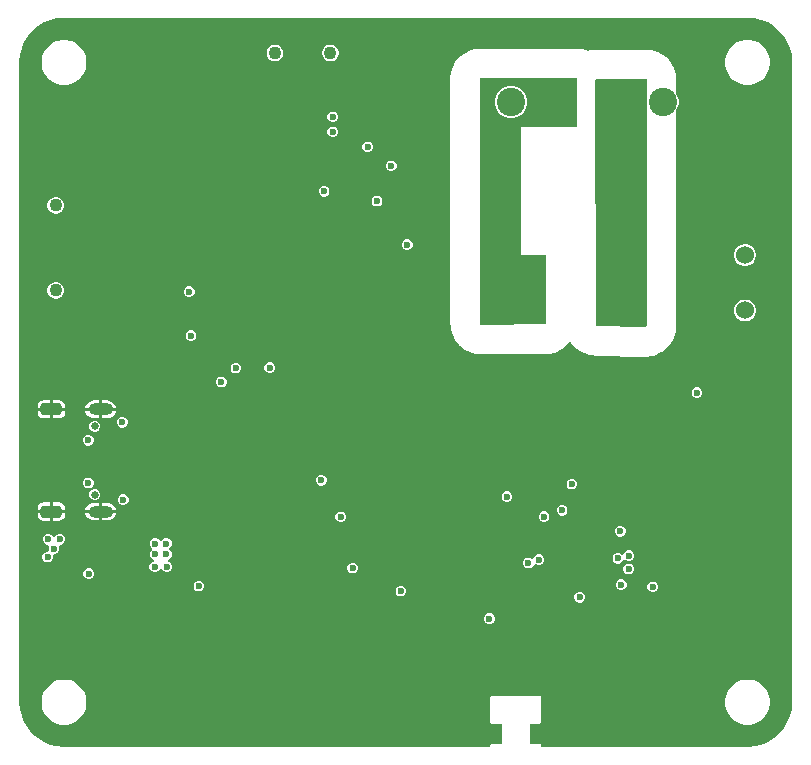
<source format=gbr>
%TF.GenerationSoftware,Altium Limited,Altium Designer,24.4.1 (13)*%
G04 Layer_Physical_Order=2*
G04 Layer_Color=36540*
%FSLAX45Y45*%
%MOMM*%
%TF.SameCoordinates,BD841E63-566E-43FA-B15A-678BD665FBE9*%
%TF.FilePolarity,Positive*%
%TF.FileFunction,Copper,L2,Inr,Signal*%
%TF.Part,Single*%
G01*
G75*
%TA.AperFunction,ComponentPad*%
%ADD65C,1.80000*%
%ADD66R,1.80000X1.80000*%
%ADD67C,2.40000*%
%ADD68C,1.10000*%
G04:AMPARAMS|DCode=69|XSize=1.8mm|YSize=1mm|CornerRadius=0.25mm|HoleSize=0mm|Usage=FLASHONLY|Rotation=0.000|XOffset=0mm|YOffset=0mm|HoleType=Round|Shape=RoundedRectangle|*
%AMROUNDEDRECTD69*
21,1,1.80000,0.50000,0,0,0.0*
21,1,1.30000,1.00000,0,0,0.0*
1,1,0.50000,0.65000,-0.25000*
1,1,0.50000,-0.65000,-0.25000*
1,1,0.50000,-0.65000,0.25000*
1,1,0.50000,0.65000,0.25000*
%
%ADD69ROUNDEDRECTD69*%
%ADD70O,2.10000X1.00000*%
%ADD71C,0.65000*%
%TA.AperFunction,ViaPad*%
%ADD73C,0.60960*%
%ADD74C,0.60000*%
%TA.AperFunction,ComponentPad*%
%ADD75C,1.52400*%
G36*
X8789186Y10326188D02*
X8846916Y10312329D01*
X8901766Y10289609D01*
X8952386Y10258589D01*
X8997531Y10220031D01*
X9036089Y10174886D01*
X9067109Y10124266D01*
X9089829Y10069415D01*
X9103688Y10011686D01*
X9108244Y9953794D01*
X9107987Y9952500D01*
Y4535000D01*
X9108244Y4533706D01*
X9103688Y4475814D01*
X9089829Y4418085D01*
X9067109Y4363235D01*
X9036089Y4312614D01*
X8997531Y4267469D01*
X8952386Y4228912D01*
X8901766Y4197891D01*
X8846916Y4175171D01*
X8789186Y4161312D01*
X8731294Y4156756D01*
X8730000Y4157013D01*
X6983996D01*
Y4167500D01*
X6979164Y4179164D01*
X6967500Y4183996D01*
X6883996D01*
Y4351004D01*
X6967500D01*
X6979164Y4355836D01*
X6983996Y4367500D01*
Y4572500D01*
X6979164Y4584164D01*
X6967500Y4588996D01*
X6567500D01*
X6555836Y4584164D01*
X6551004Y4572500D01*
Y4367500D01*
X6555836Y4355836D01*
X6567500Y4351004D01*
X6653504D01*
Y4183996D01*
X6567500D01*
X6555836Y4179164D01*
X6551004Y4167500D01*
Y4157013D01*
X2942500D01*
X2941206Y4156756D01*
X2883314Y4161312D01*
X2825585Y4175171D01*
X2770735Y4197891D01*
X2720114Y4228912D01*
X2674969Y4267469D01*
X2636412Y4312614D01*
X2605391Y4363235D01*
X2582671Y4418085D01*
X2568812Y4475814D01*
X2564256Y4533706D01*
X2564513Y4535000D01*
Y9952500D01*
X2564256Y9953794D01*
X2568812Y10011686D01*
X2582671Y10069415D01*
X2605391Y10124266D01*
X2636412Y10174886D01*
X2674969Y10220031D01*
X2720114Y10258589D01*
X2770735Y10289609D01*
X2825585Y10312329D01*
X2883314Y10326188D01*
X2941206Y10330744D01*
X2942500Y10330487D01*
X8725000D01*
X8730000Y10330527D01*
Y10330528D01*
X8730318Y10330821D01*
X8789186Y10326188D01*
D02*
G37*
%LPC*%
G36*
X5206747Y10100240D02*
X5188253D01*
X5170388Y10095453D01*
X5154372Y10086206D01*
X5141294Y10073128D01*
X5132047Y10057111D01*
X5127260Y10039247D01*
Y10020753D01*
X5132047Y10002889D01*
X5141294Y9986872D01*
X5154372Y9973794D01*
X5170388Y9964547D01*
X5188253Y9959760D01*
X5206747D01*
X5224611Y9964547D01*
X5240628Y9973794D01*
X5253706Y9986872D01*
X5262953Y10002889D01*
X5267740Y10020753D01*
Y10039247D01*
X5262953Y10057111D01*
X5253706Y10073128D01*
X5240628Y10086206D01*
X5224611Y10095453D01*
X5206747Y10100240D01*
D02*
G37*
G36*
X4736747D02*
X4718253D01*
X4700389Y10095453D01*
X4684372Y10086206D01*
X4671294Y10073128D01*
X4662047Y10057111D01*
X4657260Y10039247D01*
Y10020753D01*
X4662047Y10002889D01*
X4671294Y9986872D01*
X4684372Y9973794D01*
X4700389Y9964547D01*
X4718253Y9959760D01*
X4736747D01*
X4754612Y9964547D01*
X4770628Y9973794D01*
X4783706Y9986872D01*
X4792953Y10002889D01*
X4797740Y10020753D01*
Y10039247D01*
X4792953Y10057111D01*
X4783706Y10073128D01*
X4770628Y10086206D01*
X4754612Y10095453D01*
X4736747Y10100240D01*
D02*
G37*
G36*
X8748737Y10142740D02*
X8711263D01*
X8674509Y10135429D01*
X8639888Y10121088D01*
X8608729Y10100269D01*
X8582231Y10073771D01*
X8561412Y10042612D01*
X8547071Y10007991D01*
X8539760Y9971237D01*
Y9933763D01*
X8547071Y9897009D01*
X8561412Y9862388D01*
X8582231Y9831229D01*
X8608729Y9804731D01*
X8639888Y9783912D01*
X8674509Y9769571D01*
X8711263Y9762260D01*
X8748737D01*
X8785491Y9769571D01*
X8820112Y9783912D01*
X8851271Y9804731D01*
X8877769Y9831229D01*
X8898589Y9862388D01*
X8912929Y9897009D01*
X8920240Y9933763D01*
Y9971237D01*
X8912929Y10007991D01*
X8898589Y10042612D01*
X8877769Y10073771D01*
X8851271Y10100269D01*
X8820112Y10121088D01*
X8785491Y10135429D01*
X8748737Y10142740D01*
D02*
G37*
G36*
X2961237D02*
X2923763D01*
X2887009Y10135429D01*
X2852388Y10121088D01*
X2821229Y10100269D01*
X2794731Y10073771D01*
X2773912Y10042612D01*
X2759571Y10007991D01*
X2752260Y9971237D01*
Y9933763D01*
X2759571Y9897009D01*
X2773912Y9862388D01*
X2794731Y9831229D01*
X2821229Y9804731D01*
X2852388Y9783912D01*
X2887009Y9769571D01*
X2923763Y9762260D01*
X2961237D01*
X2997991Y9769571D01*
X3032612Y9783912D01*
X3063771Y9804731D01*
X3090269Y9831229D01*
X3111089Y9862388D01*
X3125429Y9897009D01*
X3132740Y9933763D01*
Y9971237D01*
X3125429Y10007991D01*
X3111089Y10042612D01*
X3090269Y10073771D01*
X3063771Y10100269D01*
X3032612Y10121088D01*
X2997991Y10135429D01*
X2961237Y10142740D01*
D02*
G37*
G36*
X5226499Y9535240D02*
X5208501D01*
X5191874Y9528353D01*
X5179148Y9515626D01*
X5172260Y9498999D01*
Y9481001D01*
X5179148Y9464374D01*
X5191874Y9451648D01*
X5208501Y9444760D01*
X5226499D01*
X5243126Y9451648D01*
X5255853Y9464374D01*
X5262740Y9481001D01*
Y9498999D01*
X5255853Y9515626D01*
X5243126Y9528353D01*
X5226499Y9535240D01*
D02*
G37*
G36*
Y9407740D02*
X5208501D01*
X5191874Y9400852D01*
X5179148Y9388126D01*
X5172260Y9371499D01*
Y9353501D01*
X5179148Y9336874D01*
X5191874Y9324147D01*
X5208501Y9317260D01*
X5226499D01*
X5243126Y9324147D01*
X5255853Y9336874D01*
X5262740Y9353501D01*
Y9371499D01*
X5255853Y9388126D01*
X5243126Y9400852D01*
X5226499Y9407740D01*
D02*
G37*
G36*
X5521499Y9280240D02*
X5503501D01*
X5486874Y9273353D01*
X5474148Y9260626D01*
X5467260Y9243999D01*
Y9226001D01*
X5474148Y9209374D01*
X5486874Y9196648D01*
X5503501Y9189760D01*
X5521499D01*
X5538126Y9196648D01*
X5550852Y9209374D01*
X5557740Y9226001D01*
Y9243999D01*
X5550852Y9260626D01*
X5538126Y9273353D01*
X5521499Y9280240D01*
D02*
G37*
G36*
X5721499Y9120240D02*
X5703501D01*
X5686874Y9113352D01*
X5674147Y9100626D01*
X5667260Y9083999D01*
Y9066001D01*
X5674147Y9049374D01*
X5686874Y9036647D01*
X5703501Y9029760D01*
X5721499D01*
X5738126Y9036647D01*
X5750852Y9049374D01*
X5757740Y9066001D01*
Y9083999D01*
X5750852Y9100626D01*
X5738126Y9113352D01*
X5721499Y9120240D01*
D02*
G37*
G36*
X5153999Y8905240D02*
X5136001D01*
X5119374Y8898353D01*
X5106648Y8885626D01*
X5099760Y8868999D01*
Y8851001D01*
X5106648Y8834374D01*
X5119374Y8821648D01*
X5136001Y8814760D01*
X5153999D01*
X5170626Y8821648D01*
X5183353Y8834374D01*
X5190240Y8851001D01*
Y8868999D01*
X5183353Y8885626D01*
X5170626Y8898353D01*
X5153999Y8905240D01*
D02*
G37*
G36*
X5601499Y8822740D02*
X5583501D01*
X5566874Y8815853D01*
X5554148Y8803126D01*
X5547260Y8786499D01*
Y8768501D01*
X5554148Y8751874D01*
X5566874Y8739148D01*
X5583501Y8732260D01*
X5601499D01*
X5618126Y8739148D01*
X5630853Y8751874D01*
X5637740Y8768501D01*
Y8786499D01*
X5630853Y8803126D01*
X5618126Y8815853D01*
X5601499Y8822740D01*
D02*
G37*
G36*
X2881747Y8810240D02*
X2863253D01*
X2845389Y8805453D01*
X2829372Y8796206D01*
X2816294Y8783128D01*
X2807047Y8767111D01*
X2802260Y8749247D01*
Y8730753D01*
X2807047Y8712889D01*
X2816294Y8696872D01*
X2829372Y8683794D01*
X2845389Y8674547D01*
X2863253Y8669760D01*
X2881747D01*
X2899611Y8674547D01*
X2915628Y8683794D01*
X2928706Y8696872D01*
X2937953Y8712889D01*
X2942740Y8730753D01*
Y8749247D01*
X2937953Y8767111D01*
X2928706Y8783128D01*
X2915628Y8796206D01*
X2899611Y8805453D01*
X2881747Y8810240D01*
D02*
G37*
G36*
X5858999Y8452740D02*
X5841001D01*
X5824374Y8445853D01*
X5811648Y8433126D01*
X5804760Y8416499D01*
Y8398501D01*
X5811648Y8381874D01*
X5824374Y8369148D01*
X5841001Y8362260D01*
X5858999D01*
X5875626Y8369148D01*
X5888352Y8381874D01*
X5895240Y8398501D01*
Y8416499D01*
X5888352Y8433126D01*
X5875626Y8445853D01*
X5858999Y8452740D01*
D02*
G37*
G36*
X8721183Y8411850D02*
X8697106D01*
X8673850Y8405618D01*
X8652999Y8393580D01*
X8635974Y8376555D01*
X8623936Y8355704D01*
X8617704Y8332448D01*
Y8308371D01*
X8623936Y8285115D01*
X8635974Y8264264D01*
X8652999Y8247240D01*
X8673850Y8235201D01*
X8697106Y8228970D01*
X8721183D01*
X8744439Y8235201D01*
X8765290Y8247240D01*
X8782314Y8264264D01*
X8794353Y8285115D01*
X8800584Y8308371D01*
Y8332448D01*
X8794353Y8355704D01*
X8782314Y8376555D01*
X8765290Y8393580D01*
X8744439Y8405618D01*
X8721183Y8411850D01*
D02*
G37*
G36*
X4011499Y8055240D02*
X3993501D01*
X3976874Y8048352D01*
X3964148Y8035626D01*
X3957260Y8018999D01*
Y8001001D01*
X3964148Y7984374D01*
X3976874Y7971648D01*
X3993501Y7964760D01*
X4011499D01*
X4028126Y7971648D01*
X4040852Y7984374D01*
X4047740Y8001001D01*
Y8018999D01*
X4040852Y8035626D01*
X4028126Y8048352D01*
X4011499Y8055240D01*
D02*
G37*
G36*
X2881747Y8090240D02*
X2863253D01*
X2845389Y8085453D01*
X2829372Y8076206D01*
X2816294Y8063128D01*
X2807047Y8047112D01*
X2802260Y8029247D01*
Y8010753D01*
X2807047Y7992889D01*
X2816294Y7976872D01*
X2829372Y7963794D01*
X2845389Y7954547D01*
X2863253Y7949760D01*
X2881747D01*
X2899611Y7954547D01*
X2915628Y7963794D01*
X2928706Y7976872D01*
X2937953Y7992889D01*
X2942740Y8010753D01*
Y8029247D01*
X2937953Y8047112D01*
X2928706Y8063128D01*
X2915628Y8076206D01*
X2899611Y8085453D01*
X2881747Y8090240D01*
D02*
G37*
G36*
X8721183Y7941950D02*
X8697106D01*
X8673850Y7935718D01*
X8652999Y7923680D01*
X8635974Y7906655D01*
X8623936Y7885804D01*
X8617704Y7862548D01*
Y7838471D01*
X8623936Y7815215D01*
X8635974Y7794364D01*
X8652999Y7777340D01*
X8673850Y7765301D01*
X8697106Y7759070D01*
X8721183D01*
X8744439Y7765301D01*
X8765290Y7777340D01*
X8782314Y7794364D01*
X8794353Y7815215D01*
X8800584Y7838471D01*
Y7862548D01*
X8794353Y7885804D01*
X8782314Y7906655D01*
X8765290Y7923680D01*
X8744439Y7935718D01*
X8721183Y7941950D01*
D02*
G37*
G36*
X4026499Y7682740D02*
X4008501D01*
X3991874Y7675853D01*
X3979147Y7663126D01*
X3972260Y7646499D01*
Y7628501D01*
X3979147Y7611874D01*
X3991874Y7599148D01*
X4008501Y7592260D01*
X4026499D01*
X4043126Y7599148D01*
X4055852Y7611874D01*
X4062740Y7628501D01*
Y7646499D01*
X4055852Y7663126D01*
X4043126Y7675853D01*
X4026499Y7682740D01*
D02*
G37*
G36*
X7285000Y10066209D02*
X6465000D01*
X6415991Y10061382D01*
X6368866Y10047087D01*
X6325435Y10023873D01*
X6287368Y9992632D01*
X6256127Y9954565D01*
X6232913Y9911134D01*
X6218617Y9864008D01*
X6213790Y9815000D01*
Y7740223D01*
X6213825Y7739875D01*
X6213791Y7739524D01*
X6216244Y7715316D01*
X6218617Y7691214D01*
X6218719Y7690879D01*
X6218755Y7690529D01*
X6225873Y7667295D01*
X6232913Y7644089D01*
X6233078Y7643780D01*
X6233181Y7643444D01*
X6244677Y7622079D01*
X6256127Y7600658D01*
X6256350Y7600387D01*
X6256516Y7600078D01*
X6271942Y7581388D01*
X6287368Y7562591D01*
X6287640Y7562368D01*
X6287863Y7562098D01*
X6298669Y7551351D01*
X6298940Y7551130D01*
X6299164Y7550860D01*
X6318039Y7535544D01*
X6336823Y7520216D01*
X6337132Y7520052D01*
X6337404Y7519831D01*
X6358903Y7508493D01*
X6380318Y7497123D01*
X6380653Y7497022D01*
X6380964Y7496859D01*
X6404250Y7489936D01*
X6427483Y7482959D01*
X6427832Y7482925D01*
X6428167Y7482826D01*
X6452310Y7480583D01*
X6476505Y7478268D01*
X6476854Y7478303D01*
X6477202Y7478271D01*
X7021396Y7481294D01*
X7045201Y7483772D01*
X7069008Y7486117D01*
X7069679Y7486321D01*
X7070377Y7486393D01*
X7093225Y7493464D01*
X7116134Y7500412D01*
X7116752Y7500743D01*
X7117421Y7500950D01*
X7138457Y7512345D01*
X7159565Y7523627D01*
X7160106Y7524071D01*
X7160723Y7524405D01*
X7179133Y7539686D01*
X7197632Y7554868D01*
X7198077Y7555410D01*
X7198616Y7555857D01*
X7213690Y7574434D01*
X7219070Y7580990D01*
X7225312Y7582256D01*
X7230664Y7581904D01*
X7237644Y7579600D01*
X7238192Y7578584D01*
X7251781Y7562156D01*
X7264935Y7545369D01*
X7267459Y7543201D01*
X7269579Y7540637D01*
X7286116Y7527172D01*
X7302288Y7513278D01*
X7305186Y7511644D01*
X7307766Y7509543D01*
X7326611Y7499563D01*
X7345185Y7489090D01*
X7348346Y7488052D01*
X7351286Y7486495D01*
X7371714Y7480384D01*
X7391976Y7473736D01*
X7395278Y7473335D01*
X7398466Y7472381D01*
X7419699Y7470372D01*
X7440863Y7467805D01*
X7858438Y7458386D01*
X7859854Y7458493D01*
X7861270Y7458337D01*
X7884424Y7460355D01*
X7907542Y7462106D01*
X7908911Y7462488D01*
X7910329Y7462611D01*
X7932624Y7469101D01*
X7954978Y7475335D01*
X7956248Y7475977D01*
X7957613Y7476374D01*
X7978193Y7487078D01*
X7998922Y7497564D01*
X8000042Y7498442D01*
X8001303Y7499098D01*
X8019396Y7513608D01*
X8037684Y7527938D01*
X8038611Y7529018D01*
X8039720Y7529907D01*
X8050617Y7540561D01*
X8051532Y7541650D01*
X8052632Y7542553D01*
X8067364Y7560505D01*
X8082286Y7578274D01*
X8082971Y7579521D01*
X8083873Y7580621D01*
X8094815Y7601091D01*
X8105988Y7621440D01*
X8106417Y7622797D01*
X8107087Y7624052D01*
X8113824Y7646260D01*
X8120814Y7668401D01*
X8120970Y7669817D01*
X8121383Y7671177D01*
X8123656Y7694260D01*
X8126194Y7717352D01*
X8126070Y7718771D01*
X8126210Y7720185D01*
Y9548300D01*
X8136024Y9565299D01*
X8145240Y9599695D01*
Y9635305D01*
X8136024Y9669700D01*
X8126210Y9686699D01*
Y9807500D01*
X8121383Y9856509D01*
X8107087Y9903634D01*
X8083873Y9947065D01*
X8052632Y9985132D01*
X8014565Y10016373D01*
X7971134Y10039587D01*
X7924009Y10053883D01*
X7875000Y10058710D01*
X7449302D01*
X7449063Y10058686D01*
X7448823Y10058709D01*
X7424503Y10056267D01*
X7400294Y10053883D01*
X7400063Y10053813D01*
X7399823Y10053789D01*
X7379503Y10047582D01*
X7334008Y10061382D01*
X7285000Y10066209D01*
D02*
G37*
G36*
X4693999Y7410240D02*
X4676001D01*
X4659374Y7403352D01*
X4646648Y7390626D01*
X4639760Y7373999D01*
Y7356001D01*
X4646648Y7339374D01*
X4659374Y7326648D01*
X4676001Y7319760D01*
X4693999D01*
X4710626Y7326648D01*
X4723353Y7339374D01*
X4730240Y7356001D01*
Y7373999D01*
X4723353Y7390626D01*
X4710626Y7403352D01*
X4693999Y7410240D01*
D02*
G37*
G36*
X4406499Y7407740D02*
X4388501D01*
X4371874Y7400852D01*
X4359147Y7388126D01*
X4352260Y7371499D01*
Y7353501D01*
X4359147Y7336874D01*
X4371874Y7324147D01*
X4388501Y7317260D01*
X4406499D01*
X4423126Y7324147D01*
X4435852Y7336874D01*
X4442740Y7353501D01*
Y7371499D01*
X4435852Y7388126D01*
X4423126Y7400852D01*
X4406499Y7407740D01*
D02*
G37*
G36*
X4283999Y7290240D02*
X4266001D01*
X4249374Y7283352D01*
X4236648Y7270626D01*
X4229760Y7253999D01*
Y7236001D01*
X4236648Y7219374D01*
X4249374Y7206648D01*
X4266001Y7199760D01*
X4283999D01*
X4300626Y7206648D01*
X4313353Y7219374D01*
X4320240Y7236001D01*
Y7253999D01*
X4313353Y7270626D01*
X4300626Y7283352D01*
X4283999Y7290240D01*
D02*
G37*
G36*
X8310249Y7198990D02*
X8292251D01*
X8275624Y7192103D01*
X8262897Y7179377D01*
X8256010Y7162749D01*
Y7144752D01*
X8262897Y7128124D01*
X8275624Y7115398D01*
X8292251Y7108510D01*
X8310249D01*
X8326876Y7115398D01*
X8339602Y7128124D01*
X8346490Y7144752D01*
Y7162749D01*
X8339602Y7179377D01*
X8326876Y7192103D01*
X8310249Y7198990D01*
D02*
G37*
G36*
X3307500Y7088550D02*
X3265200D01*
Y7025200D01*
X3381879D01*
X3380959Y7032183D01*
X3373362Y7050525D01*
X3361276Y7066276D01*
X3345525Y7078362D01*
X3327184Y7085959D01*
X3307500Y7088550D01*
D02*
G37*
G36*
X3239800D02*
X3197500D01*
X3177816Y7085959D01*
X3159475Y7078362D01*
X3143724Y7066276D01*
X3131638Y7050525D01*
X3124040Y7032183D01*
X3123121Y7025200D01*
X3239800D01*
Y7088550D01*
D02*
G37*
G36*
X2899500Y7088887D02*
X2847200D01*
Y7025200D01*
X2950887D01*
Y7037500D01*
X2946976Y7057165D01*
X2935836Y7073836D01*
X2919165Y7084975D01*
X2899500Y7088887D01*
D02*
G37*
G36*
X2821800D02*
X2769500D01*
X2749835Y7084975D01*
X2733164Y7073836D01*
X2722025Y7057165D01*
X2718113Y7037500D01*
Y7025200D01*
X2821800D01*
Y7088887D01*
D02*
G37*
G36*
X3381879Y6999800D02*
X3265200D01*
Y6936449D01*
X3307500D01*
X3327184Y6939040D01*
X3345525Y6946638D01*
X3361276Y6958724D01*
X3373362Y6974474D01*
X3380959Y6992816D01*
X3381879Y6999800D01*
D02*
G37*
G36*
X3239800D02*
X3123121D01*
X3124040Y6992816D01*
X3131638Y6974474D01*
X3143724Y6958724D01*
X3159475Y6946638D01*
X3177816Y6939040D01*
X3197500Y6936449D01*
X3239800D01*
Y6999800D01*
D02*
G37*
G36*
X2950887D02*
X2847200D01*
Y6936113D01*
X2899500D01*
X2919165Y6940024D01*
X2935836Y6951164D01*
X2946976Y6967835D01*
X2950887Y6987500D01*
Y6999800D01*
D02*
G37*
G36*
X2821800D02*
X2718113D01*
Y6987500D01*
X2722025Y6967835D01*
X2733164Y6951164D01*
X2749835Y6940024D01*
X2769500Y6936113D01*
X2821800D01*
Y6999800D01*
D02*
G37*
G36*
X3443999Y6950240D02*
X3426001D01*
X3409374Y6943352D01*
X3396648Y6930626D01*
X3389760Y6913999D01*
Y6896001D01*
X3396648Y6879374D01*
X3409374Y6866647D01*
X3426001Y6859760D01*
X3443999D01*
X3460626Y6866647D01*
X3473352Y6879374D01*
X3480240Y6896001D01*
Y6913999D01*
X3473352Y6930626D01*
X3460626Y6943352D01*
X3443999Y6950240D01*
D02*
G37*
G36*
X3211996Y6917240D02*
X3193004D01*
X3175457Y6909972D01*
X3162028Y6896542D01*
X3154760Y6878996D01*
Y6860004D01*
X3162028Y6842457D01*
X3175457Y6829028D01*
X3193004Y6821760D01*
X3211996D01*
X3229543Y6829028D01*
X3242972Y6842457D01*
X3250240Y6860004D01*
Y6878996D01*
X3242972Y6896542D01*
X3229543Y6909972D01*
X3211996Y6917240D01*
D02*
G37*
G36*
X3156499Y6797740D02*
X3138501D01*
X3121874Y6790853D01*
X3109147Y6778126D01*
X3102260Y6761499D01*
Y6743501D01*
X3109147Y6726874D01*
X3121874Y6714148D01*
X3138501Y6707260D01*
X3156499D01*
X3173126Y6714148D01*
X3185852Y6726874D01*
X3192740Y6743501D01*
Y6761499D01*
X3185852Y6778126D01*
X3173126Y6790853D01*
X3156499Y6797740D01*
D02*
G37*
G36*
X5128999Y6457740D02*
X5111001D01*
X5094374Y6450852D01*
X5081647Y6438126D01*
X5074760Y6421499D01*
Y6403501D01*
X5081647Y6386874D01*
X5094374Y6374148D01*
X5111001Y6367260D01*
X5128999D01*
X5145626Y6374148D01*
X5158352Y6386874D01*
X5165240Y6403501D01*
Y6421499D01*
X5158352Y6438126D01*
X5145626Y6450852D01*
X5128999Y6457740D01*
D02*
G37*
G36*
X3156499Y6435240D02*
X3138501D01*
X3121874Y6428352D01*
X3109147Y6415626D01*
X3102260Y6398999D01*
Y6381001D01*
X3109147Y6364374D01*
X3121874Y6351647D01*
X3138501Y6344760D01*
X3156499D01*
X3173126Y6351647D01*
X3185852Y6364374D01*
X3192740Y6381001D01*
Y6398999D01*
X3185852Y6415626D01*
X3173126Y6428352D01*
X3156499Y6435240D01*
D02*
G37*
G36*
X7251499Y6426180D02*
X7233501D01*
X7216874Y6419292D01*
X7204148Y6406566D01*
X7197260Y6389938D01*
Y6371941D01*
X7204148Y6355313D01*
X7216874Y6342587D01*
X7233501Y6335700D01*
X7251499D01*
X7268126Y6342587D01*
X7280853Y6355313D01*
X7287740Y6371941D01*
Y6389938D01*
X7280853Y6406566D01*
X7268126Y6419292D01*
X7251499Y6426180D01*
D02*
G37*
G36*
X3211996Y6339240D02*
X3193004D01*
X3175457Y6331972D01*
X3162028Y6318543D01*
X3154760Y6300996D01*
Y6282004D01*
X3162028Y6264457D01*
X3175457Y6251028D01*
X3193004Y6243760D01*
X3211996D01*
X3229543Y6251028D01*
X3242972Y6264457D01*
X3250240Y6282004D01*
Y6300996D01*
X3242972Y6318543D01*
X3229543Y6331972D01*
X3211996Y6339240D01*
D02*
G37*
G36*
X6701499Y6320240D02*
X6683501D01*
X6666874Y6313352D01*
X6654147Y6300626D01*
X6647260Y6283999D01*
Y6266001D01*
X6654147Y6249374D01*
X6666874Y6236647D01*
X6683501Y6229760D01*
X6701499D01*
X6718126Y6236647D01*
X6730852Y6249374D01*
X6737740Y6266001D01*
Y6283999D01*
X6730852Y6300626D01*
X6718126Y6313352D01*
X6701499Y6320240D01*
D02*
G37*
G36*
X3453999Y6295240D02*
X3436001D01*
X3419374Y6288352D01*
X3406647Y6275626D01*
X3399760Y6258999D01*
Y6241001D01*
X3406647Y6224374D01*
X3419374Y6211647D01*
X3436001Y6204760D01*
X3453999D01*
X3470626Y6211647D01*
X3483352Y6224374D01*
X3490240Y6241001D01*
Y6258999D01*
X3483352Y6275626D01*
X3470626Y6288352D01*
X3453999Y6295240D01*
D02*
G37*
G36*
X3307500Y6224551D02*
X3265200D01*
Y6161200D01*
X3381879D01*
X3380959Y6168183D01*
X3373362Y6186525D01*
X3361276Y6202276D01*
X3345525Y6214362D01*
X3327184Y6221959D01*
X3307500Y6224551D01*
D02*
G37*
G36*
X3239800D02*
X3197500D01*
X3177816Y6221959D01*
X3159475Y6214362D01*
X3143724Y6202276D01*
X3131638Y6186525D01*
X3124040Y6168183D01*
X3123121Y6161200D01*
X3239800D01*
Y6224551D01*
D02*
G37*
G36*
X2899500Y6224887D02*
X2847200D01*
Y6161200D01*
X2950887D01*
Y6173500D01*
X2946976Y6193165D01*
X2935836Y6209836D01*
X2919165Y6220976D01*
X2899500Y6224887D01*
D02*
G37*
G36*
X2821800D02*
X2769500D01*
X2749835Y6220976D01*
X2733164Y6209836D01*
X2722025Y6193165D01*
X2718113Y6173500D01*
Y6161200D01*
X2821800D01*
Y6224887D01*
D02*
G37*
G36*
X7168999Y6205240D02*
X7151001D01*
X7134374Y6198353D01*
X7121647Y6185626D01*
X7114760Y6168999D01*
Y6151001D01*
X7121647Y6134374D01*
X7134374Y6121648D01*
X7151001Y6114760D01*
X7168999D01*
X7185626Y6121648D01*
X7198352Y6134374D01*
X7205240Y6151001D01*
Y6168999D01*
X7198352Y6185626D01*
X7185626Y6198353D01*
X7168999Y6205240D01*
D02*
G37*
G36*
X3381879Y6135800D02*
X3265200D01*
Y6072449D01*
X3307500D01*
X3327184Y6075041D01*
X3345525Y6082638D01*
X3361276Y6094724D01*
X3373362Y6110475D01*
X3380959Y6128817D01*
X3381879Y6135800D01*
D02*
G37*
G36*
X3239800D02*
X3123121D01*
X3124040Y6128817D01*
X3131638Y6110475D01*
X3143724Y6094724D01*
X3159475Y6082638D01*
X3177816Y6075041D01*
X3197500Y6072449D01*
X3239800D01*
Y6135800D01*
D02*
G37*
G36*
X2950887D02*
X2847200D01*
Y6072113D01*
X2899500D01*
X2919165Y6076024D01*
X2935836Y6087164D01*
X2946976Y6103835D01*
X2950887Y6123500D01*
Y6135800D01*
D02*
G37*
G36*
X2821800D02*
X2718113D01*
Y6123500D01*
X2722025Y6103835D01*
X2733164Y6087164D01*
X2749835Y6076024D01*
X2769500Y6072113D01*
X2821800D01*
Y6135800D01*
D02*
G37*
G36*
X7016499Y6150240D02*
X6998501D01*
X6981874Y6143352D01*
X6969148Y6130626D01*
X6962260Y6113999D01*
Y6096001D01*
X6969148Y6079374D01*
X6981874Y6066648D01*
X6998501Y6059760D01*
X7016499D01*
X7033126Y6066648D01*
X7045853Y6079374D01*
X7052740Y6096001D01*
Y6113999D01*
X7045853Y6130626D01*
X7033126Y6143352D01*
X7016499Y6150240D01*
D02*
G37*
G36*
X5293999Y6147740D02*
X5276001D01*
X5259374Y6140853D01*
X5246648Y6128126D01*
X5239760Y6111499D01*
Y6093501D01*
X5246648Y6076874D01*
X5259374Y6064148D01*
X5276001Y6057260D01*
X5293999D01*
X5310626Y6064148D01*
X5323353Y6076874D01*
X5330240Y6093501D01*
Y6111499D01*
X5323353Y6128126D01*
X5310626Y6140853D01*
X5293999Y6147740D01*
D02*
G37*
G36*
X7661499Y6025240D02*
X7643501D01*
X7626874Y6018352D01*
X7614148Y6005626D01*
X7607260Y5988999D01*
Y5971001D01*
X7614148Y5954374D01*
X7626874Y5941648D01*
X7643501Y5934760D01*
X7661499D01*
X7678126Y5941648D01*
X7690853Y5954374D01*
X7697740Y5971001D01*
Y5988999D01*
X7690853Y6005626D01*
X7678126Y6018352D01*
X7661499Y6025240D01*
D02*
G37*
G36*
X2913999Y5957740D02*
X2896001D01*
X2879374Y5950852D01*
X2866648Y5938126D01*
X2864498Y5932937D01*
X2848002D01*
X2845853Y5938126D01*
X2833126Y5950852D01*
X2816499Y5957740D01*
X2798501D01*
X2781874Y5950852D01*
X2769148Y5938126D01*
X2762260Y5921499D01*
Y5903501D01*
X2769148Y5886874D01*
X2781874Y5874148D01*
X2798501Y5867260D01*
X2807691D01*
X2808890Y5866303D01*
X2816643Y5852080D01*
X2812260Y5841499D01*
Y5823501D01*
X2812476Y5822980D01*
X2802293Y5807740D01*
X2796001D01*
X2779374Y5800853D01*
X2766648Y5788126D01*
X2759760Y5771499D01*
Y5753501D01*
X2766648Y5736874D01*
X2779374Y5724148D01*
X2796001Y5717260D01*
X2813999D01*
X2830626Y5724148D01*
X2843352Y5736874D01*
X2850240Y5753501D01*
Y5771499D01*
X2850024Y5772020D01*
X2860207Y5787260D01*
X2866499D01*
X2883126Y5794147D01*
X2895852Y5806874D01*
X2902740Y5823501D01*
Y5841499D01*
X2898382Y5852020D01*
X2906116Y5866309D01*
X2907309Y5867260D01*
X2913999D01*
X2930626Y5874148D01*
X2943353Y5886874D01*
X2950240Y5903501D01*
Y5921499D01*
X2943353Y5938126D01*
X2930626Y5950852D01*
X2913999Y5957740D01*
D02*
G37*
G36*
X3818999Y5922740D02*
X3801001D01*
X3784374Y5915853D01*
X3771648Y5903126D01*
X3770748Y5900954D01*
X3754252D01*
X3753352Y5903126D01*
X3740626Y5915853D01*
X3723999Y5922740D01*
X3706001D01*
X3689374Y5915853D01*
X3676647Y5903126D01*
X3669760Y5886499D01*
Y5868501D01*
X3676647Y5851874D01*
X3689373Y5839148D01*
Y5823352D01*
X3676647Y5810626D01*
X3669760Y5793999D01*
Y5776001D01*
X3676647Y5759374D01*
X3689374Y5746648D01*
X3705417Y5740002D01*
X3706001Y5739760D01*
X3704296Y5725520D01*
X3704297D01*
X3704296Y5725519D01*
X3701001Y5725240D01*
X3684374Y5718353D01*
X3671647Y5705626D01*
X3664760Y5688999D01*
Y5671001D01*
X3671647Y5654374D01*
X3684374Y5641648D01*
X3701001Y5634760D01*
X3718999D01*
X3735626Y5641648D01*
X3748352Y5654374D01*
X3753180Y5666029D01*
X3769320D01*
X3774148Y5654374D01*
X3786874Y5641648D01*
X3803501Y5634760D01*
X3821499D01*
X3838126Y5641648D01*
X3850853Y5654374D01*
X3857740Y5671001D01*
Y5688999D01*
X3850853Y5705626D01*
X3838126Y5718353D01*
X3821499Y5725240D01*
X3820737D01*
X3818999Y5739760D01*
X3835626Y5746648D01*
X3848352Y5759374D01*
X3855240Y5776001D01*
Y5793999D01*
X3848352Y5810626D01*
X3835627Y5823352D01*
Y5839148D01*
X3848352Y5851874D01*
X3855240Y5868501D01*
Y5886499D01*
X3848352Y5903126D01*
X3835626Y5915853D01*
X3818999Y5922740D01*
D02*
G37*
G36*
X7733999Y5820240D02*
X7716001D01*
X7699374Y5813352D01*
X7686648Y5800626D01*
X7681710Y5788706D01*
X7668475Y5784242D01*
X7664655Y5784324D01*
X7658126Y5790853D01*
X7641499Y5797740D01*
X7623501D01*
X7606874Y5790853D01*
X7594148Y5778126D01*
X7587260Y5761499D01*
Y5743501D01*
X7594148Y5726874D01*
X7606874Y5714148D01*
X7623501Y5707260D01*
X7641499D01*
X7658126Y5714148D01*
X7670853Y5726874D01*
X7675790Y5738793D01*
X7689025Y5743258D01*
X7692845Y5743176D01*
X7699374Y5736647D01*
X7716001Y5729760D01*
X7733999D01*
X7750626Y5736647D01*
X7763353Y5749374D01*
X7770240Y5766001D01*
Y5783999D01*
X7763353Y5800626D01*
X7750626Y5813352D01*
X7733999Y5820240D01*
D02*
G37*
G36*
X6971499Y5785240D02*
X6953501D01*
X6936874Y5778352D01*
X6924147Y5765626D01*
X6919244Y5753788D01*
X6905942Y5749243D01*
X6902155Y5749324D01*
X6900626Y5750852D01*
X6883999Y5757740D01*
X6866001D01*
X6849374Y5750852D01*
X6836647Y5738126D01*
X6829760Y5721499D01*
Y5703501D01*
X6836647Y5686874D01*
X6849374Y5674147D01*
X6866001Y5667260D01*
X6883999D01*
X6900626Y5674147D01*
X6913352Y5686874D01*
X6918256Y5698712D01*
X6931558Y5703257D01*
X6935345Y5703176D01*
X6936874Y5701647D01*
X6953501Y5694760D01*
X6971499D01*
X6988126Y5701647D01*
X7000852Y5714374D01*
X7007740Y5731001D01*
Y5748999D01*
X7000852Y5765626D01*
X6988126Y5778352D01*
X6971499Y5785240D01*
D02*
G37*
G36*
X5396499Y5715240D02*
X5378501D01*
X5361874Y5708353D01*
X5349148Y5695626D01*
X5342260Y5678999D01*
Y5661001D01*
X5349148Y5644374D01*
X5361874Y5631648D01*
X5378501Y5624760D01*
X5396499D01*
X5413126Y5631648D01*
X5425852Y5644374D01*
X5432740Y5661001D01*
Y5678999D01*
X5425852Y5695626D01*
X5413126Y5708353D01*
X5396499Y5715240D01*
D02*
G37*
G36*
X7732239Y5706980D02*
X7714242D01*
X7697614Y5700093D01*
X7684888Y5687367D01*
X7678000Y5670739D01*
Y5652742D01*
X7684888Y5636114D01*
X7697614Y5623388D01*
X7714242Y5616500D01*
X7732239D01*
X7748867Y5623388D01*
X7761593Y5636114D01*
X7768480Y5652742D01*
Y5670739D01*
X7761593Y5687367D01*
X7748867Y5700093D01*
X7732239Y5706980D01*
D02*
G37*
G36*
X3161499Y5667740D02*
X3143501D01*
X3126874Y5660853D01*
X3114147Y5648126D01*
X3107260Y5631499D01*
Y5613501D01*
X3114147Y5596874D01*
X3126874Y5584148D01*
X3143501Y5577260D01*
X3161499D01*
X3178126Y5584148D01*
X3190852Y5596874D01*
X3197740Y5613501D01*
Y5631499D01*
X3190852Y5648126D01*
X3178126Y5660853D01*
X3161499Y5667740D01*
D02*
G37*
G36*
X7668999Y5575240D02*
X7651001D01*
X7634374Y5568353D01*
X7621647Y5555626D01*
X7614760Y5538999D01*
Y5521001D01*
X7621647Y5504374D01*
X7634374Y5491648D01*
X7651001Y5484760D01*
X7668999D01*
X7685626Y5491648D01*
X7698352Y5504374D01*
X7705240Y5521001D01*
Y5538999D01*
X7698352Y5555626D01*
X7685626Y5568353D01*
X7668999Y5575240D01*
D02*
G37*
G36*
X4093999Y5562740D02*
X4076001D01*
X4059374Y5555852D01*
X4046647Y5543126D01*
X4039760Y5526499D01*
Y5508501D01*
X4046647Y5491874D01*
X4059374Y5479148D01*
X4076001Y5472260D01*
X4093999D01*
X4110626Y5479148D01*
X4123352Y5491874D01*
X4130240Y5508501D01*
Y5526499D01*
X4123352Y5543126D01*
X4110626Y5555852D01*
X4093999Y5562740D01*
D02*
G37*
G36*
X7936499Y5555240D02*
X7918501D01*
X7901874Y5548352D01*
X7889148Y5535626D01*
X7882260Y5518999D01*
Y5501001D01*
X7889148Y5484374D01*
X7901874Y5471647D01*
X7918501Y5464760D01*
X7936499D01*
X7953126Y5471647D01*
X7965852Y5484374D01*
X7972740Y5501001D01*
Y5518999D01*
X7965852Y5535626D01*
X7953126Y5548352D01*
X7936499Y5555240D01*
D02*
G37*
G36*
X5803999Y5520240D02*
X5786001D01*
X5769374Y5513352D01*
X5756648Y5500626D01*
X5749760Y5483999D01*
Y5466001D01*
X5756648Y5449374D01*
X5769374Y5436647D01*
X5786001Y5429760D01*
X5803999D01*
X5820626Y5436647D01*
X5833353Y5449374D01*
X5840240Y5466001D01*
Y5483999D01*
X5833353Y5500626D01*
X5820626Y5513352D01*
X5803999Y5520240D01*
D02*
G37*
G36*
X7318571Y5467469D02*
X7300573D01*
X7283946Y5460581D01*
X7271219Y5447855D01*
X7264332Y5431228D01*
Y5413230D01*
X7271219Y5396603D01*
X7283946Y5383876D01*
X7300573Y5376989D01*
X7318571D01*
X7335198Y5383876D01*
X7347924Y5396603D01*
X7354812Y5413230D01*
Y5431228D01*
X7347924Y5447855D01*
X7335198Y5460581D01*
X7318571Y5467469D01*
D02*
G37*
G36*
X6553999Y5285240D02*
X6536001D01*
X6519374Y5278352D01*
X6506648Y5265626D01*
X6499760Y5248999D01*
Y5231001D01*
X6506648Y5214374D01*
X6519374Y5201647D01*
X6536001Y5194760D01*
X6553999D01*
X6570626Y5201647D01*
X6583353Y5214374D01*
X6590240Y5231001D01*
Y5248999D01*
X6583353Y5265626D01*
X6570626Y5278352D01*
X6553999Y5285240D01*
D02*
G37*
G36*
X8748737Y4725240D02*
X8711263D01*
X8674509Y4717929D01*
X8639888Y4703589D01*
X8608729Y4682769D01*
X8582231Y4656271D01*
X8561412Y4625112D01*
X8547071Y4590491D01*
X8539760Y4553737D01*
Y4516263D01*
X8547071Y4479509D01*
X8561412Y4444888D01*
X8582231Y4413729D01*
X8608729Y4387231D01*
X8639888Y4366412D01*
X8674509Y4352071D01*
X8711263Y4344760D01*
X8748737D01*
X8785491Y4352071D01*
X8820112Y4366412D01*
X8851271Y4387231D01*
X8877769Y4413729D01*
X8898589Y4444888D01*
X8912929Y4479509D01*
X8920240Y4516263D01*
Y4553737D01*
X8912929Y4590491D01*
X8898589Y4625112D01*
X8877769Y4656271D01*
X8851271Y4682769D01*
X8820112Y4703589D01*
X8785491Y4717929D01*
X8748737Y4725240D01*
D02*
G37*
G36*
X2961237D02*
X2923763D01*
X2887009Y4717929D01*
X2852388Y4703589D01*
X2821229Y4682769D01*
X2794731Y4656271D01*
X2773912Y4625112D01*
X2759571Y4590491D01*
X2752260Y4553737D01*
Y4516263D01*
X2759571Y4479509D01*
X2773912Y4444888D01*
X2794731Y4413729D01*
X2821229Y4387231D01*
X2852388Y4366412D01*
X2887009Y4352071D01*
X2923763Y4344760D01*
X2961237D01*
X2997991Y4352071D01*
X3032612Y4366412D01*
X3063771Y4387231D01*
X3090269Y4413729D01*
X3111089Y4444888D01*
X3125429Y4479509D01*
X3132740Y4516263D01*
Y4553737D01*
X3125429Y4590491D01*
X3111089Y4625112D01*
X3090269Y4656271D01*
X3063771Y4682769D01*
X3032612Y4703589D01*
X2997991Y4717929D01*
X2961237Y4725240D01*
D02*
G37*
%LPD*%
G36*
X7285000Y9405000D02*
X6815000D01*
Y8320000D01*
X7020000D01*
Y7732500D01*
X6475806Y7729477D01*
X6465000Y7740223D01*
Y9815000D01*
X7285000D01*
Y9405000D01*
D02*
G37*
G36*
X7875000Y9636199D02*
X7874760Y9635305D01*
Y9599695D01*
X7875000Y9598800D01*
Y7720185D01*
X7864103Y7709531D01*
X7446528Y7718950D01*
X7438546Y9796703D01*
X7449302Y9807500D01*
X7875000D01*
Y9636199D01*
D02*
G37*
%LPC*%
G36*
X6746805Y9752740D02*
X6711196D01*
X6676800Y9743524D01*
X6645961Y9725719D01*
X6620781Y9700539D01*
X6602977Y9669700D01*
X6593760Y9635305D01*
Y9599695D01*
X6602977Y9565299D01*
X6620781Y9534461D01*
X6645961Y9509281D01*
X6676800Y9491476D01*
X6711196Y9482260D01*
X6746805D01*
X6781201Y9491476D01*
X6812039Y9509281D01*
X6837219Y9534461D01*
X6855024Y9565299D01*
X6864240Y9599695D01*
Y9635305D01*
X6855024Y9669700D01*
X6837219Y9700539D01*
X6812039Y9725719D01*
X6781201Y9743524D01*
X6746805Y9752740D01*
D02*
G37*
%LPD*%
D65*
X7179000Y9527500D02*
D03*
D66*
X7560000D02*
D03*
D67*
X8010000Y9617500D02*
D03*
X6729000D02*
D03*
D68*
X2872500Y8740000D02*
D03*
Y8020000D02*
D03*
X4727500Y10030000D02*
D03*
X5197500D02*
D03*
D69*
X2834500Y7012500D02*
D03*
Y6148500D02*
D03*
D70*
X3252500Y7012500D02*
D03*
Y6148500D02*
D03*
D71*
X3202500Y6291500D02*
D03*
Y6869500D02*
D03*
D73*
X7408497Y5881382D02*
D03*
Y5771382D02*
D03*
Y5661382D02*
D03*
X7298497Y5881382D02*
D03*
Y5771382D02*
D03*
Y5661382D02*
D03*
X7188497Y5881382D02*
D03*
Y5771382D02*
D03*
Y5661382D02*
D03*
D74*
X3365000Y5902500D02*
D03*
X3085000Y5862500D02*
D03*
X2807500Y5420000D02*
D03*
X6600008Y4640005D02*
D03*
X7040008Y4560005D02*
D03*
X6480008Y4240005D02*
D03*
Y4560005D02*
D03*
X6520008Y4320005D02*
D03*
X7000008Y4640005D02*
D03*
X6920008D02*
D03*
X6520008D02*
D03*
X6680008D02*
D03*
X6480008Y4400005D02*
D03*
X6520008Y4480005D02*
D03*
X6760008Y4640005D02*
D03*
X6840008D02*
D03*
X3055000Y5370000D02*
D03*
X8999999Y9599999D02*
D03*
X8799999Y9199999D02*
D03*
X8999999Y8799999D02*
D03*
Y7999999D02*
D03*
X8799999Y7599999D02*
D03*
X8999999Y7199999D02*
D03*
X8799999Y6799999D02*
D03*
X8999999Y6399999D02*
D03*
X8799999Y5999999D02*
D03*
X8999999Y5599999D02*
D03*
X8799999Y5200000D02*
D03*
X8999999Y4800000D02*
D03*
X8399999Y9999999D02*
D03*
X8599999Y9599999D02*
D03*
X8399999Y9199999D02*
D03*
X8599999Y8799999D02*
D03*
X8399999Y8399999D02*
D03*
X8599999Y7999999D02*
D03*
Y7199999D02*
D03*
X8399999Y6799999D02*
D03*
X8599999Y6399999D02*
D03*
X8399999Y5999999D02*
D03*
X8599999Y5599999D02*
D03*
X8399999Y5200000D02*
D03*
X8599999Y4800000D02*
D03*
X8399999Y4400000D02*
D03*
X8199999Y9599999D02*
D03*
Y8799999D02*
D03*
Y7999999D02*
D03*
Y7199999D02*
D03*
X7999999Y6799999D02*
D03*
X8199999Y6399999D02*
D03*
Y4800000D02*
D03*
X7999999Y4400000D02*
D03*
X7599999Y6799999D02*
D03*
X7799999Y4800000D02*
D03*
X7599999Y4400000D02*
D03*
X6799999Y5200000D02*
D03*
X6999999Y4800000D02*
D03*
X6599999Y6399999D02*
D03*
Y4800000D02*
D03*
X6399999Y4400000D02*
D03*
X5999999Y9999999D02*
D03*
Y9199999D02*
D03*
Y8399999D02*
D03*
Y7599999D02*
D03*
Y5200000D02*
D03*
X6199999Y4800000D02*
D03*
X5999999Y4400000D02*
D03*
X5599999Y9999999D02*
D03*
X5799999Y9599999D02*
D03*
X5599999Y5200000D02*
D03*
X5799999Y4800000D02*
D03*
X5599999Y4400000D02*
D03*
X5399999Y4800000D02*
D03*
X4800000Y7599999D02*
D03*
Y6799999D02*
D03*
X4400000Y9199999D02*
D03*
X4599999Y8799999D02*
D03*
X4400000Y6799999D02*
D03*
X4599999Y6399999D02*
D03*
X4400000Y5200000D02*
D03*
X4599999Y4800000D02*
D03*
X4400000Y4400000D02*
D03*
X4000000Y9999999D02*
D03*
X4199999Y9599999D02*
D03*
X4000000Y9199999D02*
D03*
Y8399999D02*
D03*
Y6799999D02*
D03*
X4199999Y6399999D02*
D03*
X4000000Y5200000D02*
D03*
Y4400000D02*
D03*
X3600000Y9999999D02*
D03*
X3800000Y9599999D02*
D03*
X3600000Y9199999D02*
D03*
X3800000Y8799999D02*
D03*
Y7999999D02*
D03*
X3600000Y7599999D02*
D03*
X3800000Y7199999D02*
D03*
Y4800000D02*
D03*
X3600000Y4400000D02*
D03*
X3200000Y9999999D02*
D03*
X3400000Y9599999D02*
D03*
X3200000Y9199999D02*
D03*
X3400000Y8799999D02*
D03*
X3200000Y8399999D02*
D03*
X3400000Y7999999D02*
D03*
X3200000Y7599999D02*
D03*
X3400000Y7199999D02*
D03*
X3200000Y5200000D02*
D03*
X3400000Y4800000D02*
D03*
X3200000Y4400000D02*
D03*
X3000000Y9599999D02*
D03*
X2800000Y9199999D02*
D03*
Y8399999D02*
D03*
X3000000Y7999999D02*
D03*
X2800000Y7599999D02*
D03*
X3000000Y7199999D02*
D03*
X2800000Y6799999D02*
D03*
X3000000Y6399999D02*
D03*
X2800000Y5200000D02*
D03*
X3000000Y4800000D02*
D03*
X6557500Y5707500D02*
D03*
X6680000Y5487500D02*
D03*
X4880000Y6447500D02*
D03*
X6797500Y5322500D02*
D03*
X7037500Y6275000D02*
D03*
X7327500Y6530000D02*
D03*
X7672500Y6242500D02*
D03*
X8165000Y5512500D02*
D03*
X8120000Y5187500D02*
D03*
X5145000Y8860000D02*
D03*
X7800004Y9600005D02*
D03*
Y9400005D02*
D03*
Y9200005D02*
D03*
Y9000005D02*
D03*
Y8800005D02*
D03*
Y8600005D02*
D03*
Y8400005D02*
D03*
Y8200004D02*
D03*
Y8000004D02*
D03*
Y7800004D02*
D03*
X7750004Y9700005D02*
D03*
X7700004Y9600005D02*
D03*
X7750004Y9500005D02*
D03*
X7700004Y9400005D02*
D03*
X7750004Y9300005D02*
D03*
X7700004Y9200005D02*
D03*
X7750004Y9100005D02*
D03*
X7700004Y9000005D02*
D03*
X7750004Y8900005D02*
D03*
X7700004Y8800005D02*
D03*
X7750004Y8700005D02*
D03*
X7700004Y8600005D02*
D03*
X7750004Y8500005D02*
D03*
X7700004Y8400005D02*
D03*
X7750004Y8300004D02*
D03*
X7700004Y8200004D02*
D03*
X7750004Y8100004D02*
D03*
X7700004Y8000004D02*
D03*
X7750004Y7900004D02*
D03*
X7700004Y7800004D02*
D03*
X7650004Y9700005D02*
D03*
Y9300005D02*
D03*
X7600004Y8400005D02*
D03*
X7650004Y8300004D02*
D03*
X7600004Y8200004D02*
D03*
X7650004Y8100004D02*
D03*
X7600004Y8000004D02*
D03*
X7550004Y9700005D02*
D03*
Y9300005D02*
D03*
X7500004Y8400005D02*
D03*
X7550004Y8300004D02*
D03*
X7500004Y8200004D02*
D03*
X7550004Y8100004D02*
D03*
X7500004Y8000004D02*
D03*
X7250004Y9700005D02*
D03*
X7150004D02*
D03*
X7050004D02*
D03*
X7000004Y9600005D02*
D03*
X6950004Y9700005D02*
D03*
X6900004Y9600005D02*
D03*
X6950004Y9500005D02*
D03*
X6900004Y8200004D02*
D03*
X6950004Y8100004D02*
D03*
X6900004Y8000004D02*
D03*
X6850004Y9500005D02*
D03*
X6800004Y8200004D02*
D03*
X6850004Y8100004D02*
D03*
X6800004Y8000004D02*
D03*
X6700004Y9400005D02*
D03*
X6750004Y9300005D02*
D03*
X6700004Y9200005D02*
D03*
X6750004Y9100005D02*
D03*
X6700004Y9000005D02*
D03*
X6750004Y8900005D02*
D03*
Y8500005D02*
D03*
X6700004Y8400005D02*
D03*
X6750004Y8300004D02*
D03*
X6700004Y8200004D02*
D03*
X6750004Y8100004D02*
D03*
X6700004Y8000004D02*
D03*
Y7800004D02*
D03*
X6600004Y9400005D02*
D03*
X6650003Y9300005D02*
D03*
X6600004Y9200005D02*
D03*
X6650003Y9100005D02*
D03*
X6600004Y9000005D02*
D03*
X6650003Y8900005D02*
D03*
X6600004Y8400005D02*
D03*
X6650003Y8300004D02*
D03*
X6600004Y8200004D02*
D03*
X6650003Y8100004D02*
D03*
X6600004Y8000004D02*
D03*
X6650003Y7900004D02*
D03*
X6600004Y7800004D02*
D03*
X6550003Y9700005D02*
D03*
X6500004Y9600005D02*
D03*
X6550003Y9500005D02*
D03*
X6500004Y9400005D02*
D03*
X6550003Y9300005D02*
D03*
X6500004Y9200005D02*
D03*
X6550003Y9100005D02*
D03*
X6500004Y9000005D02*
D03*
X6550003Y8900005D02*
D03*
X6500004Y8800005D02*
D03*
X6550003Y8700005D02*
D03*
X6500004Y8600005D02*
D03*
X6550003Y8500005D02*
D03*
X6500004Y8400005D02*
D03*
X6550003Y8300004D02*
D03*
X6500004Y8200004D02*
D03*
X6550003Y8100004D02*
D03*
X6500004Y8000004D02*
D03*
X6550003Y7900004D02*
D03*
X6500004Y7800004D02*
D03*
X5387500Y5670000D02*
D03*
X7652500Y5980000D02*
D03*
X6692500Y6275000D02*
D03*
X5795000Y5475000D02*
D03*
X4085000Y5517500D02*
D03*
X5120000Y6412500D02*
D03*
X5285000Y6102500D02*
D03*
X5217500Y9362500D02*
D03*
Y9490000D02*
D03*
X5512500Y9235000D02*
D03*
X5712500Y9075000D02*
D03*
X5592500Y8777500D02*
D03*
X5850000Y8407500D02*
D03*
X4002500Y8010000D02*
D03*
X4017500Y7637500D02*
D03*
X7340000Y4850000D02*
D03*
X7137500Y4987500D02*
D03*
X7927500Y5510000D02*
D03*
X7660000Y5530000D02*
D03*
X7632500Y5752500D02*
D03*
X7140000Y5072500D02*
D03*
X7723240Y5661740D02*
D03*
X7331336Y5218752D02*
D03*
X7725000Y5775000D02*
D03*
X7331336Y5328751D02*
D03*
X7145658Y5375026D02*
D03*
X5005000Y5122500D02*
D03*
X5177500Y5192632D02*
D03*
X4747500D02*
D03*
X7242500Y6380940D02*
D03*
X7007500Y6105000D02*
D03*
X7160000Y6160000D02*
D03*
X6875000Y5712500D02*
D03*
X6545000Y5240000D02*
D03*
X6962500Y5740000D02*
D03*
X4275000Y7245000D02*
D03*
X4685000Y7365000D02*
D03*
X2805000Y5762500D02*
D03*
X2857500Y5832500D02*
D03*
X2905000Y5912500D02*
D03*
X2807500D02*
D03*
X3445000Y6250000D02*
D03*
X3435000Y6905000D02*
D03*
X3147500Y6390000D02*
D03*
Y6752500D02*
D03*
X3650000Y6762500D02*
D03*
X3562500Y6497500D02*
D03*
X3812500Y5680000D02*
D03*
X3710000D02*
D03*
X3810000Y5785000D02*
D03*
X3715000D02*
D03*
X3810000Y5877500D02*
D03*
X3715000D02*
D03*
X3152500Y5622500D02*
D03*
X7837500Y5607500D02*
D03*
X8301250Y7153750D02*
D03*
X3882500Y6600000D02*
D03*
X4397500Y7362500D02*
D03*
X7155012Y4605329D02*
D03*
X7129853Y4498245D02*
D03*
X7050668Y4421893D02*
D03*
X7309572Y5422229D02*
D03*
X7145658Y5265026D02*
D03*
X7147285Y4715057D02*
D03*
X7080020Y4235218D02*
D03*
X7179856Y4281400D02*
D03*
X7260212Y4356519D02*
D03*
X7313016Y4453016D02*
D03*
X7332965Y4561192D02*
D03*
X7322500Y4657500D02*
D03*
X7340000Y4765000D02*
D03*
X7320095Y4999234D02*
D03*
X7330339Y5108756D02*
D03*
D75*
X6857484Y7850510D02*
D03*
X7558524D02*
D03*
X8709144D02*
D03*
Y8320410D02*
D03*
%TF.MD5,65211a095d3ed7f0fec7640a980adeb5*%
M02*

</source>
